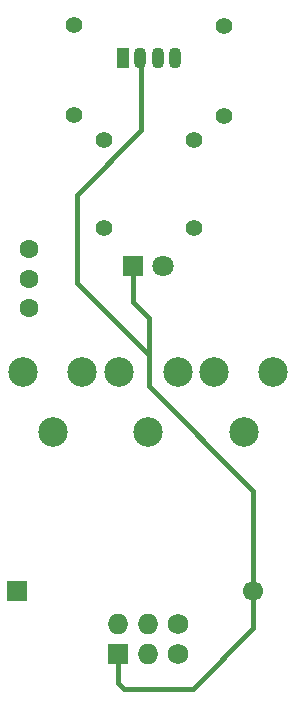
<source format=gbl>
G04 #@! TF.GenerationSoftware,KiCad,Pcbnew,(5.1.9)-1*
G04 #@! TF.CreationDate,2022-07-07T07:21:18-05:00*
G04 #@! TF.ProjectId,hom3c0ming_boutonniere,686f6d33-6330-46d6-996e-675f626f7574,3*
G04 #@! TF.SameCoordinates,Original*
G04 #@! TF.FileFunction,Copper,L2,Bot*
G04 #@! TF.FilePolarity,Positive*
%FSLAX46Y46*%
G04 Gerber Fmt 4.6, Leading zero omitted, Abs format (unit mm)*
G04 Created by KiCad (PCBNEW (5.1.9)-1) date 2022-07-07 07:21:18*
%MOMM*%
%LPD*%
G01*
G04 APERTURE LIST*
G04 #@! TA.AperFunction,ComponentPad*
%ADD10R,1.070000X1.800000*%
G04 #@! TD*
G04 #@! TA.AperFunction,ComponentPad*
%ADD11O,1.070000X1.800000*%
G04 #@! TD*
G04 #@! TA.AperFunction,ComponentPad*
%ADD12R,1.700000X1.700000*%
G04 #@! TD*
G04 #@! TA.AperFunction,ComponentPad*
%ADD13C,1.700000*%
G04 #@! TD*
G04 #@! TA.AperFunction,ComponentPad*
%ADD14R,1.800000X1.800000*%
G04 #@! TD*
G04 #@! TA.AperFunction,ComponentPad*
%ADD15C,1.800000*%
G04 #@! TD*
G04 #@! TA.AperFunction,ComponentPad*
%ADD16C,2.500000*%
G04 #@! TD*
G04 #@! TA.AperFunction,ComponentPad*
%ADD17C,1.400000*%
G04 #@! TD*
G04 #@! TA.AperFunction,ComponentPad*
%ADD18C,1.600000*%
G04 #@! TD*
G04 #@! TA.AperFunction,ComponentPad*
%ADD19C,1.727200*%
G04 #@! TD*
G04 #@! TA.AperFunction,ComponentPad*
%ADD20O,1.727200X1.727200*%
G04 #@! TD*
G04 #@! TA.AperFunction,ComponentPad*
%ADD21R,1.727200X1.727200*%
G04 #@! TD*
G04 #@! TA.AperFunction,Conductor*
%ADD22C,0.400000*%
G04 #@! TD*
G04 APERTURE END LIST*
D10*
X121000240Y-57950100D03*
D11*
X122470240Y-57950100D03*
X123940240Y-57950100D03*
X125410240Y-57950100D03*
D12*
X112049260Y-103000000D03*
D13*
X132049260Y-103000000D03*
D14*
X121894600Y-75542140D03*
D15*
X124434600Y-75542140D03*
D16*
X115084220Y-89540000D03*
X112584220Y-84500000D03*
X117584220Y-84500000D03*
X131225920Y-89540000D03*
X128725920Y-84500000D03*
X133725920Y-84500000D03*
X123158880Y-89540000D03*
X120658880Y-84500000D03*
X125658880Y-84500000D03*
D17*
X116883180Y-55153560D03*
X116883180Y-62773560D03*
X129590800Y-62831980D03*
X129590800Y-55211980D03*
X127043180Y-64836040D03*
X119423180Y-64836040D03*
X127017780Y-72344280D03*
X119397780Y-72344280D03*
D18*
X113100000Y-76600000D03*
X113100000Y-74100000D03*
X113100000Y-79100000D03*
D19*
X125710000Y-105830000D03*
X125710000Y-108370000D03*
D20*
X123170000Y-105830000D03*
X123170000Y-108370000D03*
X120630000Y-105830000D03*
D21*
X120630000Y-108370000D03*
D22*
X132049260Y-94549260D02*
X132049260Y-103000000D01*
X117100000Y-77000000D02*
X123200000Y-83100000D01*
X117100000Y-69500000D02*
X117100000Y-77000000D01*
X122570240Y-64029760D02*
X117100000Y-69500000D01*
X123200000Y-85700000D02*
X132049260Y-94549260D01*
X123200000Y-83100000D02*
X123200000Y-85700000D01*
X122570240Y-57950100D02*
X122570240Y-64029760D01*
X123200000Y-83100000D02*
X123200000Y-79900000D01*
X121894600Y-78594600D02*
X121894600Y-75542140D01*
X123200000Y-79900000D02*
X121894600Y-78594600D01*
X120630000Y-108370000D02*
X120630000Y-110820000D01*
X120630000Y-110820000D02*
X121130000Y-111320000D01*
X121130000Y-111320000D02*
X126910000Y-111320000D01*
X132049260Y-106180740D02*
X132049260Y-103000000D01*
X126910000Y-111320000D02*
X132049260Y-106180740D01*
M02*

</source>
